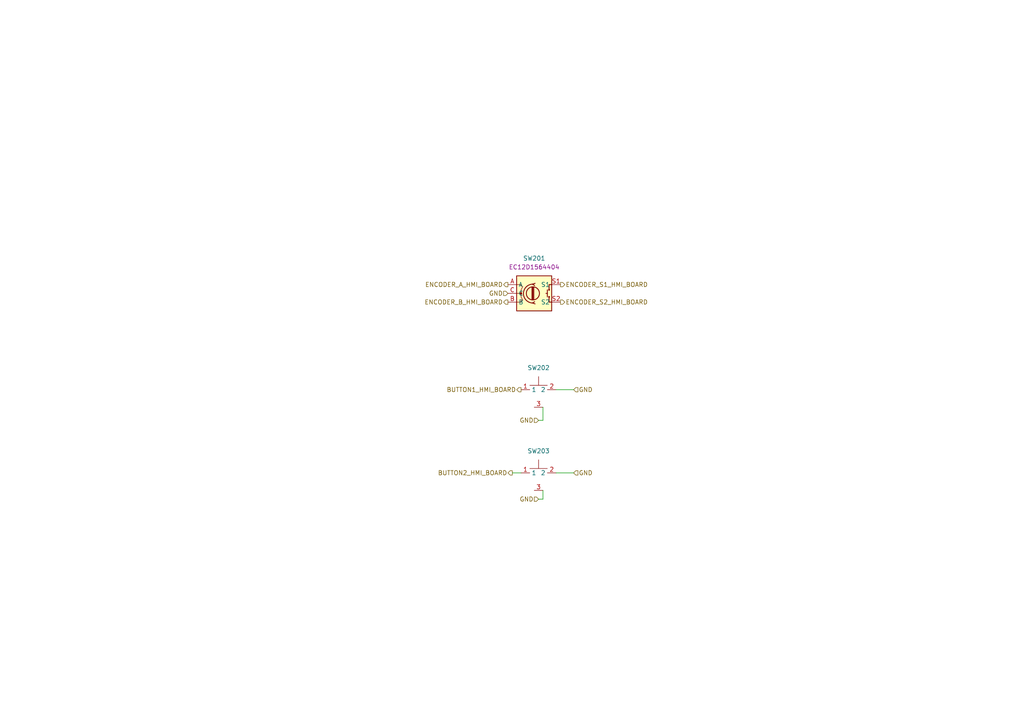
<source format=kicad_sch>
(kicad_sch (version 20230121) (generator eeschema)
  (paper "A4")
  (lib_symbols
    (symbol ".mounted-lib:SW_EC12D1564404"
      (property "Reference" "SW?" (at -5.08 8.89 0))
      (property "DisplayValue" "EC12D1564404" (at -5.08 6.35 0))
      (symbol "SW_EC12D1564404_0_1"
        (rectangle (start -5.08 5.08) (end 5.08 -5.08) (stroke (width 0.254)) (fill (type background)))
        (circle (center -3.81 0) (radius 0.254) (fill (type outline)))
        (circle (center -0.381 0) (radius 1.905) (stroke (width 0.254)))
        (arc (start -0.381 2.667) (mid -3.0988 -0.0635) (end -0.381 -2.794) (stroke (width 0.254)))
        (polyline (pts (xy -0.635 -1.778) (xy -0.635 1.778)) (stroke (width 0.254)))
        (polyline (pts (xy -0.381 -1.778) (xy -0.381 1.778)) (stroke (width 0.254)))
        (polyline (pts (xy -0.127 1.778) (xy -0.127 -1.778)) (stroke (width 0.254)))
        (polyline (pts (xy 3.81 0) (xy 3.429 0)) (stroke (width 0.254)))
        (polyline (pts (xy 3.81 1.016) (xy 3.81 -1.016)) (stroke (width 0.254)))
        (polyline (pts (xy -5.08 -2.54) (xy -3.81 -2.54) (xy -3.81 -2.032)))
        (polyline (pts (xy -5.08 2.54) (xy -3.81 2.54) (xy -3.81 2.032)))
        (polyline (pts (xy 0.254 -3.048) (xy -0.508 -2.794) (xy 0.127 -2.413)) (stroke (width 0.254)))
        (polyline (pts (xy 0.254 2.921) (xy -0.508 2.667) (xy 0.127 2.286)) (stroke (width 0.254)))
        (polyline (pts (xy 5.08 -2.54) (xy 4.318 -2.54) (xy 4.318 -1.016)) (stroke (width 0.254)))
        (polyline (pts (xy 5.08 2.54) (xy 4.318 2.54) (xy 4.318 1.016)) (stroke (width 0.254)))
        (polyline (pts (xy -5.08 0) (xy -3.81 0) (xy -3.81 -1.016) (xy -3.302 -2.032)))
        (polyline (pts (xy -4.318 0) (xy -3.81 0) (xy -3.81 1.016) (xy -3.302 2.032)))
        (circle (center 4.318 -1.016) (radius 0.127) (stroke (width 0.254)))
        (circle (center 4.318 1.016) (radius 0.127) (stroke (width 0.254)))
      )
      (symbol "SW_EC12D1564404_1_1"
        (pin passive line (at -7.62 2.54 0) (length 2.54) (name "A") (number "A"))
        (pin passive line (at -7.62 -2.54 0) (length 2.54) (name "B") (number "B"))
        (pin passive line (at -7.62 0 0) (length 2.54) (name "C") (number "C"))
        (pin passive line (at 7.62 2.54 180) (length 2.54) (name "S1") (number "S1"))
        (pin passive line (at 7.62 -2.54 180) (length 2.54) (name "S2") (number "S2"))
      )
    )
    (symbol ".mounted-lib:SW_SKRTLAE010"
      (property "Reference" "SW?" (at -2.54 3.81 0))
      (symbol "SW_SKRTLAE010_0_1"
        (polyline (pts (xy 0 2.54) (xy 0 0) (xy 2.54 0) (xy -2.54 0)))
      )
      (symbol "SW_SKRTLAE010_1_1"
        (pin input line (at -5.08 -1.27 0) (length 2.54) (name "1") (number "1"))
        (pin output line (at 5.08 -1.27 180) (length 2.54) (name "2") (number "2"))
        (pin passive line (at 1.27 -6.35 180) (length 2.54) (name "") (number "3"))
      )
    )
  )
  (wire (pts (xy 156.21 121.92) (xy 157.48 121.92)))
  (wire (pts (xy 166.37 113.03) (xy 161.29 113.03)))
  (wire (pts (xy 166.37 137.16) (xy 161.29 137.16)))
  (wire (pts (xy 148.59 137.16) (xy 151.13 137.16)))
  (wire (pts (xy 156.21 144.78) (xy 157.48 144.78)))
  (wire (pts (xy 157.48 144.78) (xy 157.48 142.24)))
  (wire (pts (xy 157.48 121.92) (xy 157.48 118.11)))
  (hierarchical_label "BUTTON2_HMI_BOARD" (shape output) (at 148.59 137.16 180))
  (hierarchical_label "GND" (shape input) (at 156.21 144.78 180))
  (hierarchical_label "GND" (shape input) (at 147.32 85.09 180))
  (hierarchical_label "ENCODER_B_HMI_BOARD" (shape output) (at 147.32 87.63 180))
  (hierarchical_label "ENCODER_S2_HMI_BOARD" (shape output) (at 162.56 87.63 0))
  (hierarchical_label "BUTTON1_HMI_BOARD" (shape output) (at 151.13 113.03 180))
  (hierarchical_label "ENCODER_A_HMI_BOARD" (shape output) (at 147.32 82.55 180))
  (hierarchical_label "GND" (shape input) (at 166.37 137.16 0))
  (hierarchical_label "GND" (shape input) (at 166.37 113.03 0))
  (hierarchical_label "GND" (shape input) (at 156.21 121.92 180))
  (hierarchical_label "ENCODER_S1_HMI_BOARD" (shape output) (at 162.56 82.55 0))
  (symbol (lib_id ".mounted-lib:SW_EC12D1564404") (at 154.94 85.09 0) (unit 1)
    (property "Reference" "SW201" (at 154.94 74.93 0))
    (property "Value" "SW_EC12D1564404" (effects hide))
    (property "Footprint" ".mounted-lib:SW_EC12D1564404" (effects hide))
    (property "Datasheet" "https://tech.alpsalpine.com/e/products/detail/EC12D1564404/" (effects hide))
    (property "Manufacturer" "ALPS ALPINE" (effects hide))
    (property "MPN" "EC12D1564404" (effects hide))
    (property "DisplayValue" "EC12D1564404" (at 154.94 77.47 0))
    (property "CMP_ID" "1081" (effects hide))
    (property "Category" "ELECTROMECHANICAL" (effects hide))
    (property "Family" "ROTARY ENCODER" (effects hide))
    (property "_Created" "JCN 2023-11-15" (effects hide))
    (property "_Checked" "TT 2022-05-23" (effects hide))
    (property "Mount" "SMD" (effects hide))
    (property "TempMin_C" "-40°C" (effects hide))
    (property "TempMax_C" "85°C" (effects hide))
    (property "Automotive" "N" (effects hide))
    (property "MaxHeight_mm" "17.5mm" (effects hide))
  )
  (symbol (lib_id ".mounted-lib:SW_SKRTLAE010") (at 156.21 135.89 0) (unit 1)
    (property "Reference" "SW203" (at 156.21 130.81 0))
    (property "Value" "SW_SKRTLAE010" (effects hide))
    (property "Footprint" ".mounted-lib:SW_SKRTLAE010" (effects hide))
    (property "Datasheet" "https://datasheet.lcsc.com/lcsc/1809191932_ALPSALPINE-SKRTLAE010_C110293.pdf" (effects hide))
    (property "Manufacturer" "ALPS ALPINE" (effects hide))
    (property "MPN" "SKRTLAE010" (effects hide))
    (property "DisplayValue" "SKRTLAE010" (effects hide))
    (property "CMP_ID" "1084" (effects hide))
    (property "Category" "ELECTROMECHANICAL" (effects hide))
    (property "Family" "TACTILE SWITCH" (effects hide))
    (property "_Created" "JCN 2023-11-16" (effects hide))
    (property "Mount" "SMD" (effects hide))
    (property "Package" "RIGHT ANGLE" (effects hide))
    (property "PartStatus" "L3360" (effects hide))
    (property "TempMin_C" "-30°C" (effects hide))
    (property "TempMax_C" "85°C" (effects hide))
    (property "Automotive" "N" (effects hide))
    (property "MaxHeight_mm" "3.3mm" (effects hide))
  )
  (symbol (lib_id ".mounted-lib:SW_SKRTLAE010") (at 156.21 111.76 0) (unit 1)
    (property "Reference" "SW202" (at 156.21 106.68 0))
    (property "Value" "SW_SKRTLAE010" (effects hide))
    (property "Footprint" ".mounted-lib:SW_SKRTLAE010" (effects hide))
    (property "Datasheet" "https://datasheet.lcsc.com/lcsc/1809191932_ALPSALPINE-SKRTLAE010_C110293.pdf" (effects hide))
    (property "Manufacturer" "ALPS ALPINE" (effects hide))
    (property "MPN" "SKRTLAE010" (effects hide))
    (property "DisplayValue" "SKRTLAE010" (effects hide))
    (property "CMP_ID" "1084" (effects hide))
    (property "Category" "ELECTROMECHANICAL" (effects hide))
    (property "Family" "TACTILE SWITCH" (effects hide))
    (property "_Created" "JCN 2023-11-16" (effects hide))
    (property "Mount" "SMD" (effects hide))
    (property "Package" "RIGHT ANGLE" (effects hide))
    (property "PartStatus" "L3360" (effects hide))
    (property "TempMin_C" "-30°C" (effects hide))
    (property "TempMax_C" "85°C" (effects hide))
    (property "Automotive" "N" (effects hide))
    (property "MaxHeight_mm" "3.3mm" (effects hide))
  )
)
</source>
